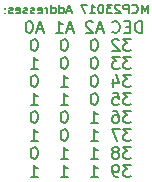
<source format=gbr>
%TF.GenerationSoftware,KiCad,Pcbnew,(5.1.9)-1*%
%TF.CreationDate,2021-01-19T10:58:22-06:00*%
%TF.ProjectId,RC5,5243352e-6b69-4636-9164-5f7063625858,rev?*%
%TF.SameCoordinates,Original*%
%TF.FileFunction,Legend,Bot*%
%TF.FilePolarity,Positive*%
%FSLAX46Y46*%
G04 Gerber Fmt 4.6, Leading zero omitted, Abs format (unit mm)*
G04 Created by KiCad (PCBNEW (5.1.9)-1) date 2021-01-19 10:58:22*
%MOMM*%
%LPD*%
G01*
G04 APERTURE LIST*
%ADD10C,0.150000*%
G04 APERTURE END LIST*
D10*
X108910285Y-85542380D02*
X108910285Y-84542380D01*
X108672190Y-84542380D01*
X108529333Y-84590000D01*
X108434095Y-84685238D01*
X108386476Y-84780476D01*
X108338857Y-84970952D01*
X108338857Y-85113809D01*
X108386476Y-85304285D01*
X108434095Y-85399523D01*
X108529333Y-85494761D01*
X108672190Y-85542380D01*
X108910285Y-85542380D01*
X107910285Y-85018571D02*
X107576952Y-85018571D01*
X107434095Y-85542380D02*
X107910285Y-85542380D01*
X107910285Y-84542380D01*
X107434095Y-84542380D01*
X106434095Y-85447142D02*
X106481714Y-85494761D01*
X106624571Y-85542380D01*
X106719809Y-85542380D01*
X106862666Y-85494761D01*
X106957904Y-85399523D01*
X107005523Y-85304285D01*
X107053142Y-85113809D01*
X107053142Y-84970952D01*
X107005523Y-84780476D01*
X106957904Y-84685238D01*
X106862666Y-84590000D01*
X106719809Y-84542380D01*
X106624571Y-84542380D01*
X106481714Y-84590000D01*
X106434095Y-84637619D01*
X102076285Y-97734380D02*
X102647714Y-97734380D01*
X102362000Y-97734380D02*
X102362000Y-96734380D01*
X102457238Y-96877238D01*
X102552476Y-96972476D01*
X102647714Y-97020095D01*
X104616285Y-97734380D02*
X105187714Y-97734380D01*
X104902000Y-97734380D02*
X104902000Y-96734380D01*
X104997238Y-96877238D01*
X105092476Y-96972476D01*
X105187714Y-97020095D01*
X99536285Y-97734380D02*
X100107714Y-97734380D01*
X99822000Y-97734380D02*
X99822000Y-96734380D01*
X99917238Y-96877238D01*
X100012476Y-96972476D01*
X100107714Y-97020095D01*
X102076285Y-96210380D02*
X102647714Y-96210380D01*
X102362000Y-96210380D02*
X102362000Y-95210380D01*
X102457238Y-95353238D01*
X102552476Y-95448476D01*
X102647714Y-95496095D01*
X99869619Y-95210380D02*
X99774380Y-95210380D01*
X99679142Y-95258000D01*
X99631523Y-95305619D01*
X99583904Y-95400857D01*
X99536285Y-95591333D01*
X99536285Y-95829428D01*
X99583904Y-96019904D01*
X99631523Y-96115142D01*
X99679142Y-96162761D01*
X99774380Y-96210380D01*
X99869619Y-96210380D01*
X99964857Y-96162761D01*
X100012476Y-96115142D01*
X100060095Y-96019904D01*
X100107714Y-95829428D01*
X100107714Y-95591333D01*
X100060095Y-95400857D01*
X100012476Y-95305619D01*
X99964857Y-95258000D01*
X99869619Y-95210380D01*
X104616285Y-96210380D02*
X105187714Y-96210380D01*
X104902000Y-96210380D02*
X104902000Y-95210380D01*
X104997238Y-95353238D01*
X105092476Y-95448476D01*
X105187714Y-95496095D01*
X102409619Y-93686380D02*
X102314380Y-93686380D01*
X102219142Y-93734000D01*
X102171523Y-93781619D01*
X102123904Y-93876857D01*
X102076285Y-94067333D01*
X102076285Y-94305428D01*
X102123904Y-94495904D01*
X102171523Y-94591142D01*
X102219142Y-94638761D01*
X102314380Y-94686380D01*
X102409619Y-94686380D01*
X102504857Y-94638761D01*
X102552476Y-94591142D01*
X102600095Y-94495904D01*
X102647714Y-94305428D01*
X102647714Y-94067333D01*
X102600095Y-93876857D01*
X102552476Y-93781619D01*
X102504857Y-93734000D01*
X102409619Y-93686380D01*
X99536285Y-94686380D02*
X100107714Y-94686380D01*
X99822000Y-94686380D02*
X99822000Y-93686380D01*
X99917238Y-93829238D01*
X100012476Y-93924476D01*
X100107714Y-93972095D01*
X104616285Y-94686380D02*
X105187714Y-94686380D01*
X104902000Y-94686380D02*
X104902000Y-93686380D01*
X104997238Y-93829238D01*
X105092476Y-93924476D01*
X105187714Y-93972095D01*
X102409619Y-92162380D02*
X102314380Y-92162380D01*
X102219142Y-92210000D01*
X102171523Y-92257619D01*
X102123904Y-92352857D01*
X102076285Y-92543333D01*
X102076285Y-92781428D01*
X102123904Y-92971904D01*
X102171523Y-93067142D01*
X102219142Y-93114761D01*
X102314380Y-93162380D01*
X102409619Y-93162380D01*
X102504857Y-93114761D01*
X102552476Y-93067142D01*
X102600095Y-92971904D01*
X102647714Y-92781428D01*
X102647714Y-92543333D01*
X102600095Y-92352857D01*
X102552476Y-92257619D01*
X102504857Y-92210000D01*
X102409619Y-92162380D01*
X99869619Y-92162380D02*
X99774380Y-92162380D01*
X99679142Y-92210000D01*
X99631523Y-92257619D01*
X99583904Y-92352857D01*
X99536285Y-92543333D01*
X99536285Y-92781428D01*
X99583904Y-92971904D01*
X99631523Y-93067142D01*
X99679142Y-93114761D01*
X99774380Y-93162380D01*
X99869619Y-93162380D01*
X99964857Y-93114761D01*
X100012476Y-93067142D01*
X100060095Y-92971904D01*
X100107714Y-92781428D01*
X100107714Y-92543333D01*
X100060095Y-92352857D01*
X100012476Y-92257619D01*
X99964857Y-92210000D01*
X99869619Y-92162380D01*
X104616285Y-93162380D02*
X105187714Y-93162380D01*
X104902000Y-93162380D02*
X104902000Y-92162380D01*
X104997238Y-92305238D01*
X105092476Y-92400476D01*
X105187714Y-92448095D01*
X99536285Y-91638380D02*
X100107714Y-91638380D01*
X99822000Y-91638380D02*
X99822000Y-90638380D01*
X99917238Y-90781238D01*
X100012476Y-90876476D01*
X100107714Y-90924095D01*
X102076285Y-91638380D02*
X102647714Y-91638380D01*
X102362000Y-91638380D02*
X102362000Y-90638380D01*
X102457238Y-90781238D01*
X102552476Y-90876476D01*
X102647714Y-90924095D01*
X104949619Y-90638380D02*
X104854380Y-90638380D01*
X104759142Y-90686000D01*
X104711523Y-90733619D01*
X104663904Y-90828857D01*
X104616285Y-91019333D01*
X104616285Y-91257428D01*
X104663904Y-91447904D01*
X104711523Y-91543142D01*
X104759142Y-91590761D01*
X104854380Y-91638380D01*
X104949619Y-91638380D01*
X105044857Y-91590761D01*
X105092476Y-91543142D01*
X105140095Y-91447904D01*
X105187714Y-91257428D01*
X105187714Y-91019333D01*
X105140095Y-90828857D01*
X105092476Y-90733619D01*
X105044857Y-90686000D01*
X104949619Y-90638380D01*
X102076285Y-90114380D02*
X102647714Y-90114380D01*
X102362000Y-90114380D02*
X102362000Y-89114380D01*
X102457238Y-89257238D01*
X102552476Y-89352476D01*
X102647714Y-89400095D01*
X104949619Y-89114380D02*
X104854380Y-89114380D01*
X104759142Y-89162000D01*
X104711523Y-89209619D01*
X104663904Y-89304857D01*
X104616285Y-89495333D01*
X104616285Y-89733428D01*
X104663904Y-89923904D01*
X104711523Y-90019142D01*
X104759142Y-90066761D01*
X104854380Y-90114380D01*
X104949619Y-90114380D01*
X105044857Y-90066761D01*
X105092476Y-90019142D01*
X105140095Y-89923904D01*
X105187714Y-89733428D01*
X105187714Y-89495333D01*
X105140095Y-89304857D01*
X105092476Y-89209619D01*
X105044857Y-89162000D01*
X104949619Y-89114380D01*
X99869619Y-89114380D02*
X99774380Y-89114380D01*
X99679142Y-89162000D01*
X99631523Y-89209619D01*
X99583904Y-89304857D01*
X99536285Y-89495333D01*
X99536285Y-89733428D01*
X99583904Y-89923904D01*
X99631523Y-90019142D01*
X99679142Y-90066761D01*
X99774380Y-90114380D01*
X99869619Y-90114380D01*
X99964857Y-90066761D01*
X100012476Y-90019142D01*
X100060095Y-89923904D01*
X100107714Y-89733428D01*
X100107714Y-89495333D01*
X100060095Y-89304857D01*
X100012476Y-89209619D01*
X99964857Y-89162000D01*
X99869619Y-89114380D01*
X102409619Y-87590380D02*
X102314380Y-87590380D01*
X102219142Y-87638000D01*
X102171523Y-87685619D01*
X102123904Y-87780857D01*
X102076285Y-87971333D01*
X102076285Y-88209428D01*
X102123904Y-88399904D01*
X102171523Y-88495142D01*
X102219142Y-88542761D01*
X102314380Y-88590380D01*
X102409619Y-88590380D01*
X102504857Y-88542761D01*
X102552476Y-88495142D01*
X102600095Y-88399904D01*
X102647714Y-88209428D01*
X102647714Y-87971333D01*
X102600095Y-87780857D01*
X102552476Y-87685619D01*
X102504857Y-87638000D01*
X102409619Y-87590380D01*
X104949619Y-87590380D02*
X104854380Y-87590380D01*
X104759142Y-87638000D01*
X104711523Y-87685619D01*
X104663904Y-87780857D01*
X104616285Y-87971333D01*
X104616285Y-88209428D01*
X104663904Y-88399904D01*
X104711523Y-88495142D01*
X104759142Y-88542761D01*
X104854380Y-88590380D01*
X104949619Y-88590380D01*
X105044857Y-88542761D01*
X105092476Y-88495142D01*
X105140095Y-88399904D01*
X105187714Y-88209428D01*
X105187714Y-87971333D01*
X105140095Y-87780857D01*
X105092476Y-87685619D01*
X105044857Y-87638000D01*
X104949619Y-87590380D01*
X99536285Y-88590380D02*
X100107714Y-88590380D01*
X99822000Y-88590380D02*
X99822000Y-87590380D01*
X99917238Y-87733238D01*
X100012476Y-87828476D01*
X100107714Y-87876095D01*
X107997523Y-96734380D02*
X107378476Y-96734380D01*
X107711809Y-97115333D01*
X107568952Y-97115333D01*
X107473714Y-97162952D01*
X107426095Y-97210571D01*
X107378476Y-97305809D01*
X107378476Y-97543904D01*
X107426095Y-97639142D01*
X107473714Y-97686761D01*
X107568952Y-97734380D01*
X107854666Y-97734380D01*
X107949904Y-97686761D01*
X107997523Y-97639142D01*
X106902285Y-97734380D02*
X106711809Y-97734380D01*
X106616571Y-97686761D01*
X106568952Y-97639142D01*
X106473714Y-97496285D01*
X106426095Y-97305809D01*
X106426095Y-96924857D01*
X106473714Y-96829619D01*
X106521333Y-96782000D01*
X106616571Y-96734380D01*
X106807047Y-96734380D01*
X106902285Y-96782000D01*
X106949904Y-96829619D01*
X106997523Y-96924857D01*
X106997523Y-97162952D01*
X106949904Y-97258190D01*
X106902285Y-97305809D01*
X106807047Y-97353428D01*
X106616571Y-97353428D01*
X106521333Y-97305809D01*
X106473714Y-97258190D01*
X106426095Y-97162952D01*
X107997523Y-95210380D02*
X107378476Y-95210380D01*
X107711809Y-95591333D01*
X107568952Y-95591333D01*
X107473714Y-95638952D01*
X107426095Y-95686571D01*
X107378476Y-95781809D01*
X107378476Y-96019904D01*
X107426095Y-96115142D01*
X107473714Y-96162761D01*
X107568952Y-96210380D01*
X107854666Y-96210380D01*
X107949904Y-96162761D01*
X107997523Y-96115142D01*
X106807047Y-95638952D02*
X106902285Y-95591333D01*
X106949904Y-95543714D01*
X106997523Y-95448476D01*
X106997523Y-95400857D01*
X106949904Y-95305619D01*
X106902285Y-95258000D01*
X106807047Y-95210380D01*
X106616571Y-95210380D01*
X106521333Y-95258000D01*
X106473714Y-95305619D01*
X106426095Y-95400857D01*
X106426095Y-95448476D01*
X106473714Y-95543714D01*
X106521333Y-95591333D01*
X106616571Y-95638952D01*
X106807047Y-95638952D01*
X106902285Y-95686571D01*
X106949904Y-95734190D01*
X106997523Y-95829428D01*
X106997523Y-96019904D01*
X106949904Y-96115142D01*
X106902285Y-96162761D01*
X106807047Y-96210380D01*
X106616571Y-96210380D01*
X106521333Y-96162761D01*
X106473714Y-96115142D01*
X106426095Y-96019904D01*
X106426095Y-95829428D01*
X106473714Y-95734190D01*
X106521333Y-95686571D01*
X106616571Y-95638952D01*
X107997523Y-93686380D02*
X107378476Y-93686380D01*
X107711809Y-94067333D01*
X107568952Y-94067333D01*
X107473714Y-94114952D01*
X107426095Y-94162571D01*
X107378476Y-94257809D01*
X107378476Y-94495904D01*
X107426095Y-94591142D01*
X107473714Y-94638761D01*
X107568952Y-94686380D01*
X107854666Y-94686380D01*
X107949904Y-94638761D01*
X107997523Y-94591142D01*
X107045142Y-93686380D02*
X106378476Y-93686380D01*
X106807047Y-94686380D01*
X107997523Y-92162380D02*
X107378476Y-92162380D01*
X107711809Y-92543333D01*
X107568952Y-92543333D01*
X107473714Y-92590952D01*
X107426095Y-92638571D01*
X107378476Y-92733809D01*
X107378476Y-92971904D01*
X107426095Y-93067142D01*
X107473714Y-93114761D01*
X107568952Y-93162380D01*
X107854666Y-93162380D01*
X107949904Y-93114761D01*
X107997523Y-93067142D01*
X106521333Y-92162380D02*
X106711809Y-92162380D01*
X106807047Y-92210000D01*
X106854666Y-92257619D01*
X106949904Y-92400476D01*
X106997523Y-92590952D01*
X106997523Y-92971904D01*
X106949904Y-93067142D01*
X106902285Y-93114761D01*
X106807047Y-93162380D01*
X106616571Y-93162380D01*
X106521333Y-93114761D01*
X106473714Y-93067142D01*
X106426095Y-92971904D01*
X106426095Y-92733809D01*
X106473714Y-92638571D01*
X106521333Y-92590952D01*
X106616571Y-92543333D01*
X106807047Y-92543333D01*
X106902285Y-92590952D01*
X106949904Y-92638571D01*
X106997523Y-92733809D01*
X107997523Y-90638380D02*
X107378476Y-90638380D01*
X107711809Y-91019333D01*
X107568952Y-91019333D01*
X107473714Y-91066952D01*
X107426095Y-91114571D01*
X107378476Y-91209809D01*
X107378476Y-91447904D01*
X107426095Y-91543142D01*
X107473714Y-91590761D01*
X107568952Y-91638380D01*
X107854666Y-91638380D01*
X107949904Y-91590761D01*
X107997523Y-91543142D01*
X106473714Y-90638380D02*
X106949904Y-90638380D01*
X106997523Y-91114571D01*
X106949904Y-91066952D01*
X106854666Y-91019333D01*
X106616571Y-91019333D01*
X106521333Y-91066952D01*
X106473714Y-91114571D01*
X106426095Y-91209809D01*
X106426095Y-91447904D01*
X106473714Y-91543142D01*
X106521333Y-91590761D01*
X106616571Y-91638380D01*
X106854666Y-91638380D01*
X106949904Y-91590761D01*
X106997523Y-91543142D01*
X107997523Y-89114380D02*
X107378476Y-89114380D01*
X107711809Y-89495333D01*
X107568952Y-89495333D01*
X107473714Y-89542952D01*
X107426095Y-89590571D01*
X107378476Y-89685809D01*
X107378476Y-89923904D01*
X107426095Y-90019142D01*
X107473714Y-90066761D01*
X107568952Y-90114380D01*
X107854666Y-90114380D01*
X107949904Y-90066761D01*
X107997523Y-90019142D01*
X106521333Y-89447714D02*
X106521333Y-90114380D01*
X106759428Y-89066761D02*
X106997523Y-89781047D01*
X106378476Y-89781047D01*
X107997523Y-87590380D02*
X107378476Y-87590380D01*
X107711809Y-87971333D01*
X107568952Y-87971333D01*
X107473714Y-88018952D01*
X107426095Y-88066571D01*
X107378476Y-88161809D01*
X107378476Y-88399904D01*
X107426095Y-88495142D01*
X107473714Y-88542761D01*
X107568952Y-88590380D01*
X107854666Y-88590380D01*
X107949904Y-88542761D01*
X107997523Y-88495142D01*
X107045142Y-87590380D02*
X106426095Y-87590380D01*
X106759428Y-87971333D01*
X106616571Y-87971333D01*
X106521333Y-88018952D01*
X106473714Y-88066571D01*
X106426095Y-88161809D01*
X106426095Y-88399904D01*
X106473714Y-88495142D01*
X106521333Y-88542761D01*
X106616571Y-88590380D01*
X106902285Y-88590380D01*
X106997523Y-88542761D01*
X107045142Y-88495142D01*
X107997523Y-86066380D02*
X107378476Y-86066380D01*
X107711809Y-86447333D01*
X107568952Y-86447333D01*
X107473714Y-86494952D01*
X107426095Y-86542571D01*
X107378476Y-86637809D01*
X107378476Y-86875904D01*
X107426095Y-86971142D01*
X107473714Y-87018761D01*
X107568952Y-87066380D01*
X107854666Y-87066380D01*
X107949904Y-87018761D01*
X107997523Y-86971142D01*
X106997523Y-86161619D02*
X106949904Y-86114000D01*
X106854666Y-86066380D01*
X106616571Y-86066380D01*
X106521333Y-86114000D01*
X106473714Y-86161619D01*
X106426095Y-86256857D01*
X106426095Y-86352095D01*
X106473714Y-86494952D01*
X107045142Y-87066380D01*
X106426095Y-87066380D01*
X99869619Y-86066380D02*
X99774380Y-86066380D01*
X99679142Y-86114000D01*
X99631523Y-86161619D01*
X99583904Y-86256857D01*
X99536285Y-86447333D01*
X99536285Y-86685428D01*
X99583904Y-86875904D01*
X99631523Y-86971142D01*
X99679142Y-87018761D01*
X99774380Y-87066380D01*
X99869619Y-87066380D01*
X99964857Y-87018761D01*
X100012476Y-86971142D01*
X100060095Y-86875904D01*
X100107714Y-86685428D01*
X100107714Y-86447333D01*
X100060095Y-86256857D01*
X100012476Y-86161619D01*
X99964857Y-86114000D01*
X99869619Y-86066380D01*
X102409619Y-86066380D02*
X102314380Y-86066380D01*
X102219142Y-86114000D01*
X102171523Y-86161619D01*
X102123904Y-86256857D01*
X102076285Y-86447333D01*
X102076285Y-86685428D01*
X102123904Y-86875904D01*
X102171523Y-86971142D01*
X102219142Y-87018761D01*
X102314380Y-87066380D01*
X102409619Y-87066380D01*
X102504857Y-87018761D01*
X102552476Y-86971142D01*
X102600095Y-86875904D01*
X102647714Y-86685428D01*
X102647714Y-86447333D01*
X102600095Y-86256857D01*
X102552476Y-86161619D01*
X102504857Y-86114000D01*
X102409619Y-86066380D01*
X104949619Y-86066380D02*
X104854380Y-86066380D01*
X104759142Y-86114000D01*
X104711523Y-86161619D01*
X104663904Y-86256857D01*
X104616285Y-86447333D01*
X104616285Y-86685428D01*
X104663904Y-86875904D01*
X104711523Y-86971142D01*
X104759142Y-87018761D01*
X104854380Y-87066380D01*
X104949619Y-87066380D01*
X105044857Y-87018761D01*
X105092476Y-86971142D01*
X105140095Y-86875904D01*
X105187714Y-86685428D01*
X105187714Y-86447333D01*
X105140095Y-86256857D01*
X105092476Y-86161619D01*
X105044857Y-86114000D01*
X104949619Y-86066380D01*
X105616285Y-85256666D02*
X105140095Y-85256666D01*
X105711523Y-85542380D02*
X105378190Y-84542380D01*
X105044857Y-85542380D01*
X104759142Y-84637619D02*
X104711523Y-84590000D01*
X104616285Y-84542380D01*
X104378190Y-84542380D01*
X104282952Y-84590000D01*
X104235333Y-84637619D01*
X104187714Y-84732857D01*
X104187714Y-84828095D01*
X104235333Y-84970952D01*
X104806761Y-85542380D01*
X104187714Y-85542380D01*
X103076285Y-85256666D02*
X102600095Y-85256666D01*
X103171523Y-85542380D02*
X102838190Y-84542380D01*
X102504857Y-85542380D01*
X101647714Y-85542380D02*
X102219142Y-85542380D01*
X101933428Y-85542380D02*
X101933428Y-84542380D01*
X102028666Y-84685238D01*
X102123904Y-84780476D01*
X102219142Y-84828095D01*
X100536285Y-85256666D02*
X100060095Y-85256666D01*
X100631523Y-85542380D02*
X100298190Y-84542380D01*
X99964857Y-85542380D01*
X99441047Y-84542380D02*
X99345809Y-84542380D01*
X99250571Y-84590000D01*
X99202952Y-84637619D01*
X99155333Y-84732857D01*
X99107714Y-84923333D01*
X99107714Y-85161428D01*
X99155333Y-85351904D01*
X99202952Y-85447142D01*
X99250571Y-85494761D01*
X99345809Y-85542380D01*
X99441047Y-85542380D01*
X99536285Y-85494761D01*
X99583904Y-85447142D01*
X99631523Y-85351904D01*
X99679142Y-85161428D01*
X99679142Y-84923333D01*
X99631523Y-84732857D01*
X99583904Y-84637619D01*
X99536285Y-84590000D01*
X99441047Y-84542380D01*
X109413714Y-83905285D02*
X109413714Y-83155285D01*
X109163714Y-83691000D01*
X108913714Y-83155285D01*
X108913714Y-83905285D01*
X108128000Y-83833857D02*
X108163714Y-83869571D01*
X108270857Y-83905285D01*
X108342285Y-83905285D01*
X108449428Y-83869571D01*
X108520857Y-83798142D01*
X108556571Y-83726714D01*
X108592285Y-83583857D01*
X108592285Y-83476714D01*
X108556571Y-83333857D01*
X108520857Y-83262428D01*
X108449428Y-83191000D01*
X108342285Y-83155285D01*
X108270857Y-83155285D01*
X108163714Y-83191000D01*
X108128000Y-83226714D01*
X107806571Y-83905285D02*
X107806571Y-83155285D01*
X107520857Y-83155285D01*
X107449428Y-83191000D01*
X107413714Y-83226714D01*
X107378000Y-83298142D01*
X107378000Y-83405285D01*
X107413714Y-83476714D01*
X107449428Y-83512428D01*
X107520857Y-83548142D01*
X107806571Y-83548142D01*
X107092285Y-83226714D02*
X107056571Y-83191000D01*
X106985142Y-83155285D01*
X106806571Y-83155285D01*
X106735142Y-83191000D01*
X106699428Y-83226714D01*
X106663714Y-83298142D01*
X106663714Y-83369571D01*
X106699428Y-83476714D01*
X107128000Y-83905285D01*
X106663714Y-83905285D01*
X106413714Y-83155285D02*
X105949428Y-83155285D01*
X106199428Y-83441000D01*
X106092285Y-83441000D01*
X106020857Y-83476714D01*
X105985142Y-83512428D01*
X105949428Y-83583857D01*
X105949428Y-83762428D01*
X105985142Y-83833857D01*
X106020857Y-83869571D01*
X106092285Y-83905285D01*
X106306571Y-83905285D01*
X106378000Y-83869571D01*
X106413714Y-83833857D01*
X105485142Y-83155285D02*
X105413714Y-83155285D01*
X105342285Y-83191000D01*
X105306571Y-83226714D01*
X105270857Y-83298142D01*
X105235142Y-83441000D01*
X105235142Y-83619571D01*
X105270857Y-83762428D01*
X105306571Y-83833857D01*
X105342285Y-83869571D01*
X105413714Y-83905285D01*
X105485142Y-83905285D01*
X105556571Y-83869571D01*
X105592285Y-83833857D01*
X105628000Y-83762428D01*
X105663714Y-83619571D01*
X105663714Y-83441000D01*
X105628000Y-83298142D01*
X105592285Y-83226714D01*
X105556571Y-83191000D01*
X105485142Y-83155285D01*
X104520857Y-83905285D02*
X104949428Y-83905285D01*
X104735142Y-83905285D02*
X104735142Y-83155285D01*
X104806571Y-83262428D01*
X104878000Y-83333857D01*
X104949428Y-83369571D01*
X104270857Y-83155285D02*
X103770857Y-83155285D01*
X104092285Y-83905285D01*
X102949428Y-83691000D02*
X102592285Y-83691000D01*
X103020857Y-83905285D02*
X102770857Y-83155285D01*
X102520857Y-83905285D01*
X101949428Y-83905285D02*
X101949428Y-83155285D01*
X101949428Y-83869571D02*
X102020857Y-83905285D01*
X102163714Y-83905285D01*
X102235142Y-83869571D01*
X102270857Y-83833857D01*
X102306571Y-83762428D01*
X102306571Y-83548142D01*
X102270857Y-83476714D01*
X102235142Y-83441000D01*
X102163714Y-83405285D01*
X102020857Y-83405285D01*
X101949428Y-83441000D01*
X101270857Y-83905285D02*
X101270857Y-83155285D01*
X101270857Y-83869571D02*
X101342285Y-83905285D01*
X101485142Y-83905285D01*
X101556571Y-83869571D01*
X101592285Y-83833857D01*
X101628000Y-83762428D01*
X101628000Y-83548142D01*
X101592285Y-83476714D01*
X101556571Y-83441000D01*
X101485142Y-83405285D01*
X101342285Y-83405285D01*
X101270857Y-83441000D01*
X100913714Y-83905285D02*
X100913714Y-83405285D01*
X100913714Y-83548142D02*
X100878000Y-83476714D01*
X100842285Y-83441000D01*
X100770857Y-83405285D01*
X100699428Y-83405285D01*
X100163714Y-83869571D02*
X100235142Y-83905285D01*
X100378000Y-83905285D01*
X100449428Y-83869571D01*
X100485142Y-83798142D01*
X100485142Y-83512428D01*
X100449428Y-83441000D01*
X100378000Y-83405285D01*
X100235142Y-83405285D01*
X100163714Y-83441000D01*
X100128000Y-83512428D01*
X100128000Y-83583857D01*
X100485142Y-83655285D01*
X99842285Y-83869571D02*
X99770857Y-83905285D01*
X99628000Y-83905285D01*
X99556571Y-83869571D01*
X99520857Y-83798142D01*
X99520857Y-83762428D01*
X99556571Y-83691000D01*
X99628000Y-83655285D01*
X99735142Y-83655285D01*
X99806571Y-83619571D01*
X99842285Y-83548142D01*
X99842285Y-83512428D01*
X99806571Y-83441000D01*
X99735142Y-83405285D01*
X99628000Y-83405285D01*
X99556571Y-83441000D01*
X99235142Y-83869571D02*
X99163714Y-83905285D01*
X99020857Y-83905285D01*
X98949428Y-83869571D01*
X98913714Y-83798142D01*
X98913714Y-83762428D01*
X98949428Y-83691000D01*
X99020857Y-83655285D01*
X99128000Y-83655285D01*
X99199428Y-83619571D01*
X99235142Y-83548142D01*
X99235142Y-83512428D01*
X99199428Y-83441000D01*
X99128000Y-83405285D01*
X99020857Y-83405285D01*
X98949428Y-83441000D01*
X98306571Y-83869571D02*
X98378000Y-83905285D01*
X98520857Y-83905285D01*
X98592285Y-83869571D01*
X98628000Y-83798142D01*
X98628000Y-83512428D01*
X98592285Y-83441000D01*
X98520857Y-83405285D01*
X98378000Y-83405285D01*
X98306571Y-83441000D01*
X98270857Y-83512428D01*
X98270857Y-83583857D01*
X98628000Y-83655285D01*
X97985142Y-83869571D02*
X97913714Y-83905285D01*
X97770857Y-83905285D01*
X97699428Y-83869571D01*
X97663714Y-83798142D01*
X97663714Y-83762428D01*
X97699428Y-83691000D01*
X97770857Y-83655285D01*
X97878000Y-83655285D01*
X97949428Y-83619571D01*
X97985142Y-83548142D01*
X97985142Y-83512428D01*
X97949428Y-83441000D01*
X97878000Y-83405285D01*
X97770857Y-83405285D01*
X97699428Y-83441000D01*
X97342285Y-83833857D02*
X97306571Y-83869571D01*
X97342285Y-83905285D01*
X97378000Y-83869571D01*
X97342285Y-83833857D01*
X97342285Y-83905285D01*
X97342285Y-83441000D02*
X97306571Y-83476714D01*
X97342285Y-83512428D01*
X97378000Y-83476714D01*
X97342285Y-83441000D01*
X97342285Y-83512428D01*
M02*

</source>
